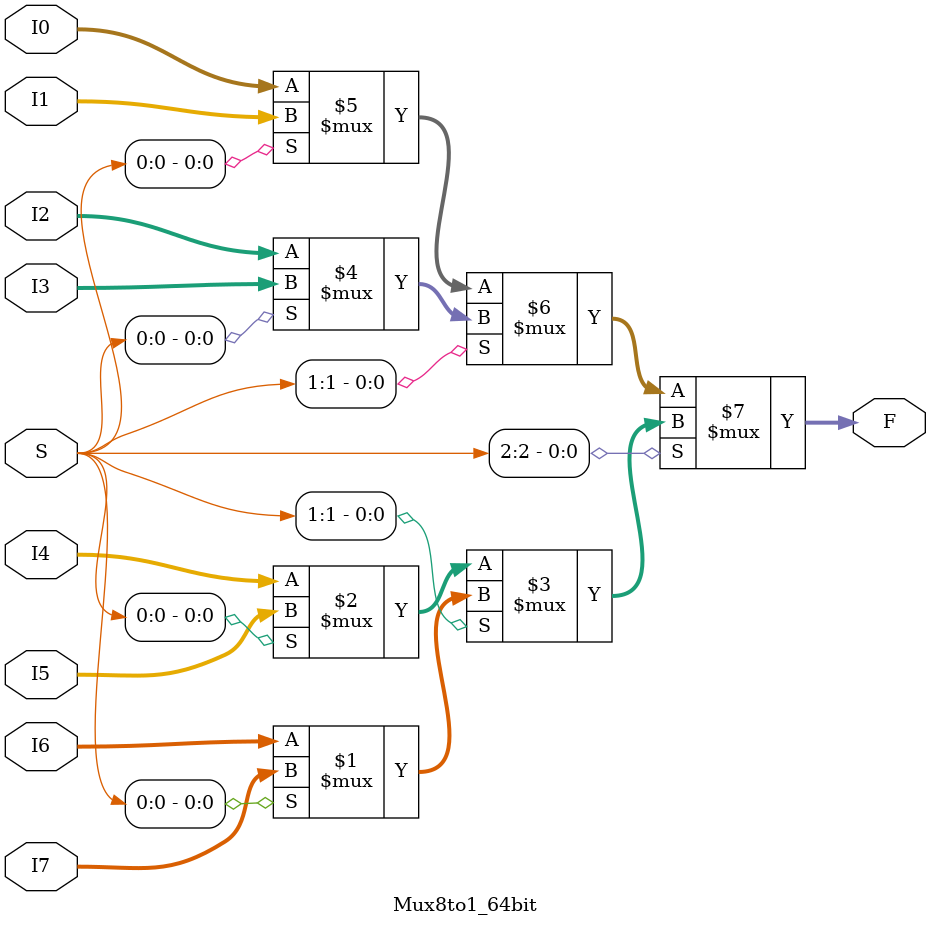
<source format=v>
module Mux8to1_64bit(F, S, I0, I1, I2, I3, I4, I5, I6, I7);

	input [63:0]I0, I1, I2, I3, I4, I5, I6, I7;
	input [2:0]S;
	output [63:0]F;
	
	assign F = S[2] ? (S[1] ? (S[0] ? I7 : I6) : (S[0] ? I5 : I4)) : (S[1] ? (S[0] ? I3 : I2) : (S[0] ? I1 : I0));

endmodule 
</source>
